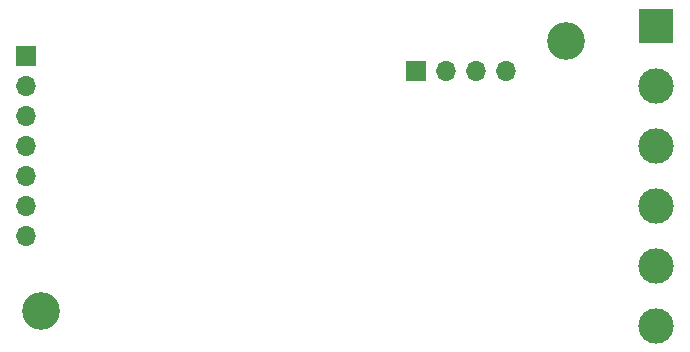
<source format=gbr>
%TF.GenerationSoftware,KiCad,Pcbnew,(6.0.11)*%
%TF.CreationDate,2023-09-13T09:35:20+02:00*%
%TF.ProjectId,WLED_ESP32_Controller,574c4544-5f45-4535-9033-325f436f6e74,rev?*%
%TF.SameCoordinates,Original*%
%TF.FileFunction,Soldermask,Bot*%
%TF.FilePolarity,Negative*%
%FSLAX46Y46*%
G04 Gerber Fmt 4.6, Leading zero omitted, Abs format (unit mm)*
G04 Created by KiCad (PCBNEW (6.0.11)) date 2023-09-13 09:35:20*
%MOMM*%
%LPD*%
G01*
G04 APERTURE LIST*
%ADD10C,3.200000*%
%ADD11R,1.700000X1.700000*%
%ADD12O,1.700000X1.700000*%
%ADD13R,3.000000X3.000000*%
%ADD14C,3.000000*%
G04 APERTURE END LIST*
D10*
%TO.C,H2*%
X135890000Y-96520000D03*
%TD*%
%TO.C,H1*%
X91440000Y-119380000D03*
%TD*%
D11*
%TO.C,J2*%
X123190000Y-99060000D03*
D12*
X125730000Y-99060000D03*
X128270000Y-99060000D03*
X130810000Y-99060000D03*
%TD*%
D11*
%TO.C,J3*%
X90170000Y-97790000D03*
D12*
X90170000Y-100330000D03*
X90170000Y-102870000D03*
X90170000Y-105410000D03*
X90170000Y-107950000D03*
X90170000Y-110490000D03*
X90170000Y-113030000D03*
%TD*%
D13*
%TO.C,J1*%
X143510000Y-95250000D03*
D14*
X143510000Y-100330000D03*
X143510000Y-105410000D03*
X143510000Y-110490000D03*
X143510000Y-115570000D03*
X143510000Y-120650000D03*
%TD*%
M02*

</source>
